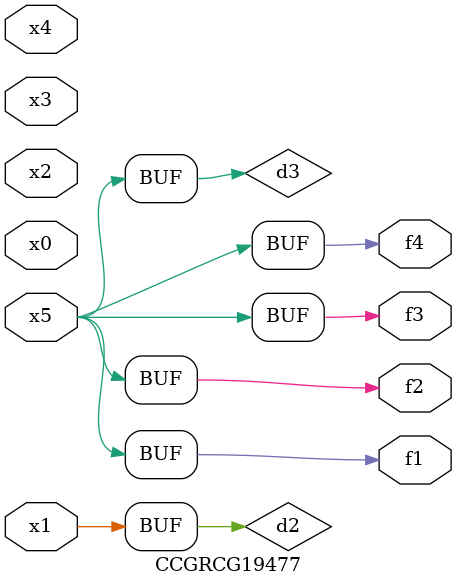
<source format=v>
module CCGRCG19477(
	input x0, x1, x2, x3, x4, x5,
	output f1, f2, f3, f4
);

	wire d1, d2, d3;

	not (d1, x5);
	or (d2, x1);
	xnor (d3, d1);
	assign f1 = d3;
	assign f2 = d3;
	assign f3 = d3;
	assign f4 = d3;
endmodule

</source>
